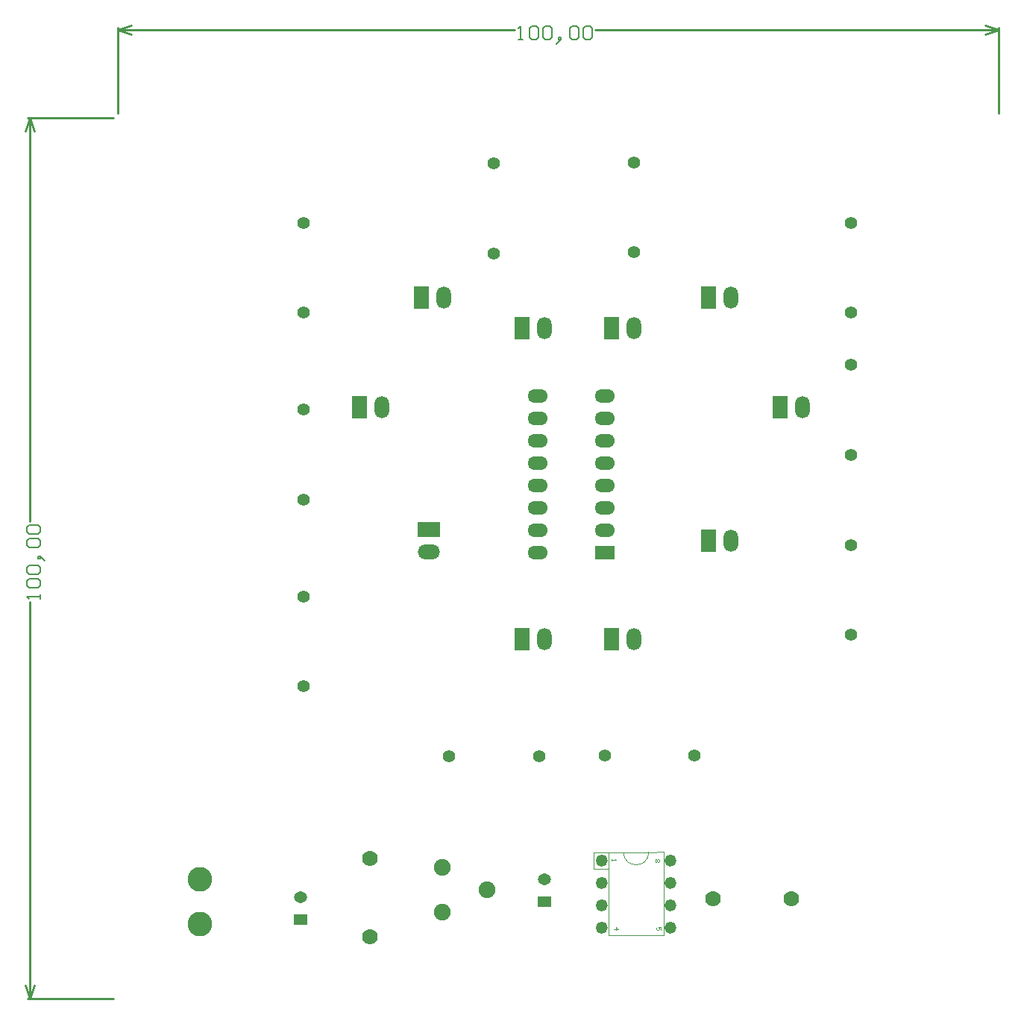
<source format=gtl>
G04*
G04 #@! TF.GenerationSoftware,Altium Limited,Altium Designer,21.3.2 (30)*
G04*
G04 Layer_Physical_Order=1*
G04 Layer_Color=255*
%FSLAX24Y24*%
%MOIN*%
G70*
G04*
G04 #@! TF.SameCoordinates,6E726B93-E50A-4388-B932-66385DC3C8FA*
G04*
G04*
G04 #@! TF.FilePolarity,Positive*
G04*
G01*
G75*
%ADD10C,0.0100*%
%ADD14C,0.0020*%
%ADD15C,0.0060*%
%ADD29O,0.0591X0.0512*%
%ADD30R,0.0591X0.0512*%
%ADD31R,0.0650X0.1000*%
%ADD32O,0.0650X0.1000*%
%ADD33C,0.0551*%
%ADD34C,0.0700*%
%ADD35R,0.0900X0.0600*%
%ADD36O,0.0900X0.0600*%
%ADD37C,0.0512*%
%ADD38C,0.1100*%
%ADD39C,0.0750*%
%ADD40R,0.1000X0.0650*%
%ADD41O,0.1000X0.0650*%
D10*
X-3987Y39357D02*
X-3787Y38757D01*
X-4187D02*
X-3987Y39357D01*
X-4187Y587D02*
X-3987Y-13D01*
X-3787Y587D01*
X-3987Y21322D02*
Y39357D01*
Y-13D02*
Y17703D01*
X-4087Y39357D02*
X-248D01*
X-4087Y-13D02*
X-248D01*
X-50Y43294D02*
X550Y43494D01*
X-50Y43294D02*
X550Y43094D01*
X38720D02*
X39320Y43294D01*
X38720Y43494D02*
X39320Y43294D01*
X-50D02*
X17666D01*
X21285D02*
X39320D01*
X-50Y39555D02*
Y43394D01*
X39320Y39555D02*
Y43394D01*
D14*
X22537Y6524D02*
G03*
X23667Y6524I565J2D01*
G01*
X21820Y3150D02*
G03*
X21820Y3150I-256J0D01*
G01*
Y4150D02*
G03*
X21820Y4150I-256J0D01*
G01*
Y5150D02*
G03*
X21820Y5150I-256J0D01*
G01*
Y6150D02*
G03*
X21820Y6150I-256J0D01*
G01*
X24891Y3150D02*
G03*
X24891Y3150I-256J0D01*
G01*
Y4150D02*
G03*
X24891Y4150I-256J0D01*
G01*
Y5150D02*
G03*
X24891Y5150I-256J0D01*
G01*
Y6150D02*
G03*
X24891Y6150I-256J0D01*
G01*
X22537Y6524D02*
X23667Y6524D01*
X21194Y5780D02*
X21871Y5777D01*
X21194Y5780D02*
Y6522D01*
X21870D02*
X22537Y6524D01*
X23673Y6528D02*
X24334Y6534D01*
X21196Y6522D02*
X21870D01*
Y2803D02*
Y6522D01*
X24334Y2806D02*
Y6534D01*
X21870Y2803D02*
X24334Y2806D01*
X22019Y6219D02*
Y6153D01*
Y6186D01*
X22215D01*
X22183Y6219D01*
X22094Y3080D02*
X22291D01*
X22192Y3178D01*
Y3047D01*
X24218Y3042D02*
Y3173D01*
X24120D01*
X24153Y3108D01*
Y3075D01*
X24120Y3042D01*
X24054D01*
X24021Y3075D01*
Y3141D01*
X24054Y3173D01*
X24120Y6220D02*
X24153Y6188D01*
Y6122D01*
X24120Y6089D01*
X24087D01*
X24054Y6122D01*
X24021Y6089D01*
X23989D01*
X23956Y6122D01*
Y6188D01*
X23989Y6220D01*
X24021D01*
X24054Y6188D01*
X24087Y6220D01*
X24120D01*
X24054Y6188D02*
Y6122D01*
D15*
X-3527Y17863D02*
Y18063D01*
Y17963D01*
X-4127D01*
X-4027Y17863D01*
Y18362D02*
X-4127Y18462D01*
Y18662D01*
X-4027Y18762D01*
X-3627D01*
X-3527Y18662D01*
Y18462D01*
X-3627Y18362D01*
X-4027D01*
Y18962D02*
X-4127Y19062D01*
Y19262D01*
X-4027Y19362D01*
X-3627D01*
X-3527Y19262D01*
Y19062D01*
X-3627Y18962D01*
X-4027D01*
X-3427Y19662D02*
X-3527Y19762D01*
X-3627D01*
Y19662D01*
X-3527D01*
Y19762D01*
X-3427Y19662D01*
X-3327Y19562D01*
X-4027Y20162D02*
X-4127Y20262D01*
Y20462D01*
X-4027Y20562D01*
X-3627D01*
X-3527Y20462D01*
Y20262D01*
X-3627Y20162D01*
X-4027D01*
Y20762D02*
X-4127Y20862D01*
Y21062D01*
X-4027Y21162D01*
X-3627D01*
X-3527Y21062D01*
Y20862D01*
X-3627Y20762D01*
X-4027D01*
X17826Y42834D02*
X18026D01*
X17926D01*
Y43434D01*
X17826Y43334D01*
X18325D02*
X18425Y43434D01*
X18625D01*
X18725Y43334D01*
Y42934D01*
X18625Y42834D01*
X18425D01*
X18325Y42934D01*
Y43334D01*
X18925D02*
X19025Y43434D01*
X19225D01*
X19325Y43334D01*
Y42934D01*
X19225Y42834D01*
X19025D01*
X18925Y42934D01*
Y43334D01*
X19625Y42734D02*
X19725Y42834D01*
Y42934D01*
X19625D01*
Y42834D01*
X19725D01*
X19625Y42734D01*
X19525Y42634D01*
X20125Y43334D02*
X20225Y43434D01*
X20425D01*
X20525Y43334D01*
Y42934D01*
X20425Y42834D01*
X20225D01*
X20125Y42934D01*
Y43334D01*
X20725D02*
X20825Y43434D01*
X21025D01*
X21125Y43334D01*
Y42934D01*
X21025Y42834D01*
X20825D01*
X20725Y42934D01*
Y43334D01*
D29*
X19000Y5300D02*
D03*
X8100Y4500D02*
D03*
D30*
X19000Y4300D02*
D03*
X8100Y3500D02*
D03*
D31*
X22000Y29950D02*
D03*
X26350Y31300D02*
D03*
X29550Y26400D02*
D03*
X26350Y20450D02*
D03*
X22000Y16050D02*
D03*
X18000D02*
D03*
X10750Y26400D02*
D03*
X13500Y31300D02*
D03*
X18000Y29950D02*
D03*
D32*
X23000D02*
D03*
X27350Y31300D02*
D03*
X30550Y26400D02*
D03*
X27350Y20450D02*
D03*
X23000Y16050D02*
D03*
X19000D02*
D03*
X11750Y26400D02*
D03*
X14500Y31300D02*
D03*
X19000Y29950D02*
D03*
D33*
X23000Y33342D02*
D03*
Y37358D02*
D03*
X32700Y30642D02*
D03*
Y34658D02*
D03*
Y28308D02*
D03*
Y24292D02*
D03*
Y16242D02*
D03*
Y20258D02*
D03*
X25708Y10850D02*
D03*
X21692D02*
D03*
X18758Y10800D02*
D03*
X14742D02*
D03*
X8250Y13942D02*
D03*
Y17958D02*
D03*
Y22292D02*
D03*
Y26308D02*
D03*
Y30642D02*
D03*
Y34658D02*
D03*
X16750Y33292D02*
D03*
Y37308D02*
D03*
D34*
X11200Y2750D02*
D03*
Y6250D02*
D03*
X26550Y4450D02*
D03*
X30050D02*
D03*
D35*
X21700Y19900D02*
D03*
D36*
Y20900D02*
D03*
Y21900D02*
D03*
Y22900D02*
D03*
Y23900D02*
D03*
Y24900D02*
D03*
Y25900D02*
D03*
Y26900D02*
D03*
X18700Y19900D02*
D03*
Y20900D02*
D03*
Y21900D02*
D03*
Y22900D02*
D03*
Y23900D02*
D03*
Y24900D02*
D03*
Y25900D02*
D03*
Y26900D02*
D03*
D37*
X24635Y3150D02*
D03*
Y4150D02*
D03*
Y5150D02*
D03*
Y6150D02*
D03*
X21565D02*
D03*
Y5150D02*
D03*
Y4150D02*
D03*
Y3150D02*
D03*
D38*
X3600Y5312D02*
D03*
Y3312D02*
D03*
D39*
X14450Y5850D02*
D03*
X16450Y4850D02*
D03*
X14450Y3850D02*
D03*
D40*
X13840Y20950D02*
D03*
D41*
Y19950D02*
D03*
M02*

</source>
